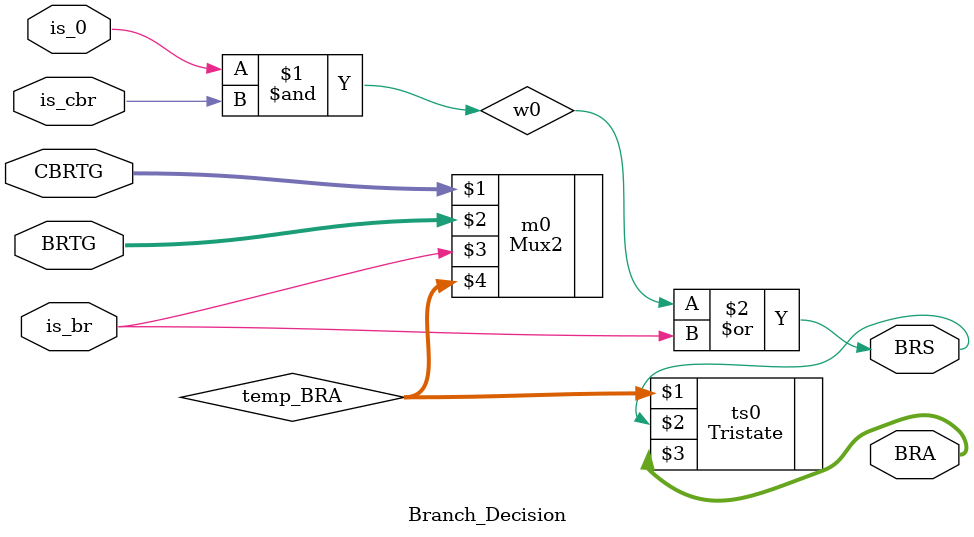
<source format=v>
`timescale 1ns / 1ps


module Branch_Decision#(
    parameter WIDTH = 32
)(
    input wire is_0,
    input wire is_br,
    input wire is_cbr,
    input wire [WIDTH-1:0] BRTG,
    input wire [WIDTH-1:0] CBRTG,
    output wire BRS,
    output wire [WIDTH-1:0] BRA
    );
    wire w0,w1,w2;
    wire [WIDTH-1:0] temp_BRA;
    and(w0,is_0,is_cbr);
    or(BRS,w0,is_br);
//    not(w1,is_cbr);
//    and(w2,w1,is_br);
    Mux2 m0 (CBRTG,BRTG,is_br,temp_BRA);
    Tristate ts0 (temp_BRA,BRS,BRA);
endmodule

</source>
